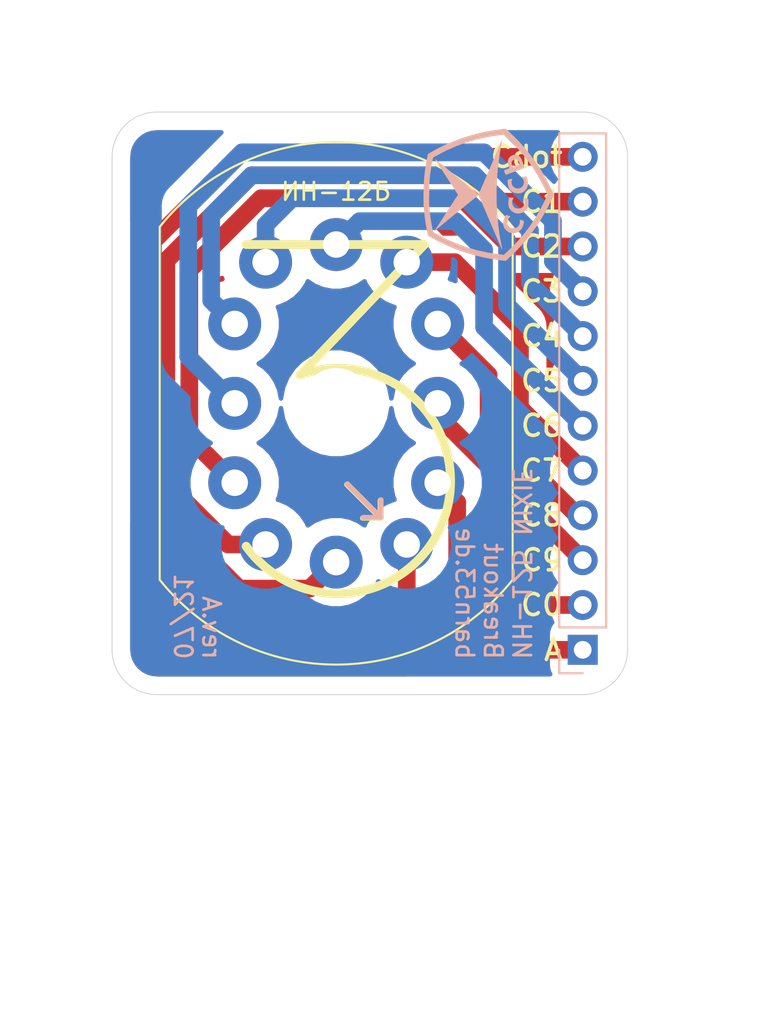
<source format=kicad_pcb>
(kicad_pcb (version 20171130) (host pcbnew "(5.1.9)-1")

  (general
    (thickness 1.6)
    (drawings 22)
    (tracks 64)
    (zones 0)
    (modules 3)
    (nets 13)
  )

  (page A4)
  (layers
    (0 F.Cu signal)
    (31 B.Cu signal)
    (32 B.Adhes user)
    (33 F.Adhes user)
    (34 B.Paste user)
    (35 F.Paste user)
    (36 B.SilkS user)
    (37 F.SilkS user)
    (38 B.Mask user)
    (39 F.Mask user)
    (40 Dwgs.User user)
    (41 Cmts.User user)
    (42 Eco1.User user)
    (43 Eco2.User user)
    (44 Edge.Cuts user)
    (45 Margin user)
    (46 B.CrtYd user)
    (47 F.CrtYd user)
    (48 B.Fab user)
    (49 F.Fab user)
  )

  (setup
    (last_trace_width 1)
    (user_trace_width 0.127)
    (user_trace_width 0.1524)
    (user_trace_width 0.3048)
    (user_trace_width 0.381)
    (user_trace_width 0.5)
    (user_trace_width 1)
    (trace_clearance 0.3)
    (zone_clearance 1)
    (zone_45_only no)
    (trace_min 0.127)
    (via_size 0.6)
    (via_drill 0.3)
    (via_min_size 0.6)
    (via_min_drill 0.3)
    (user_via 0.6 0.3)
    (user_via 0.762 0.381)
    (uvia_size 0.6)
    (uvia_drill 0.3)
    (uvias_allowed no)
    (uvia_min_size 0.6)
    (uvia_min_drill 0.3)
    (edge_width 0.05)
    (segment_width 0.2)
    (pcb_text_width 0.3)
    (pcb_text_size 1.5 1.5)
    (mod_edge_width 0.12)
    (mod_text_size 0.8128 0.8128)
    (mod_text_width 0.1524)
    (pad_size 1.524 1.524)
    (pad_drill 0.762)
    (pad_to_mask_clearance 0.05)
    (aux_axis_origin 0 0)
    (visible_elements 7FFFFFFF)
    (pcbplotparams
      (layerselection 0x010fc_ffffffff)
      (usegerberextensions false)
      (usegerberattributes true)
      (usegerberadvancedattributes true)
      (creategerberjobfile true)
      (excludeedgelayer true)
      (linewidth 0.100000)
      (plotframeref false)
      (viasonmask false)
      (mode 1)
      (useauxorigin false)
      (hpglpennumber 1)
      (hpglpenspeed 20)
      (hpglpendiameter 15.000000)
      (psnegative false)
      (psa4output false)
      (plotreference true)
      (plotvalue true)
      (plotinvisibletext false)
      (padsonsilk false)
      (subtractmaskfromsilk false)
      (outputformat 1)
      (mirror false)
      (drillshape 0)
      (scaleselection 1)
      (outputdirectory "fabrication/"))
  )

  (net 0 "")
  (net 1 /C5)
  (net 2 /C4)
  (net 3 /C3)
  (net 4 /C2)
  (net 5 /C1)
  (net 6 /CDot)
  (net 7 /A)
  (net 8 /C0)
  (net 9 /C9)
  (net 10 /C8)
  (net 11 /C7)
  (net 12 /C6)

  (net_class Default "This is the default net class."
    (clearance 0.3)
    (trace_width 1)
    (via_dia 0.6)
    (via_drill 0.3)
    (uvia_dia 0.6)
    (uvia_drill 0.3)
    (diff_pair_width 0.1524)
    (diff_pair_gap 0.127)
    (add_net /A)
    (add_net /C0)
    (add_net /C1)
    (add_net /C2)
    (add_net /C3)
    (add_net /C4)
    (add_net /C5)
    (add_net /C6)
    (add_net /C7)
    (add_net /C8)
    (add_net /C9)
    (add_net /CDot)
  )

  (net_class Power ""
    (clearance 0.254)
    (trace_width 0.3048)
    (via_dia 0.6)
    (via_drill 0.3)
    (uvia_dia 0.6)
    (uvia_drill 0.3)
    (diff_pair_width 0.3048)
    (diff_pair_gap 0.254)
  )

  (module barn53-kicad:cccp (layer B.Cu) (tedit 0) (tstamp 60E529A9)
    (at 107.696 47.879 90)
    (fp_text reference G*** (at 0 0 90) (layer B.SilkS) hide
      (effects (font (size 1.524 1.524) (thickness 0.3)) (justify mirror))
    )
    (fp_text value LOGO (at 0.75 0 90) (layer B.SilkS) hide
      (effects (font (size 1.524 1.524) (thickness 0.3)) (justify mirror))
    )
    (fp_poly (pts (xy -0.34331 2.254016) (xy -0.27702 2.251272) (xy -0.235466 2.24758) (xy -0.226108 2.245082)
      (xy -0.219636 2.222393) (xy -0.211467 2.17166) (xy -0.203347 2.103763) (xy -0.20319 2.102242)
      (xy -0.189501 1.968629) (xy -0.245314 2.005199) (xy -0.32222 2.035608) (xy -0.416946 2.044386)
      (xy -0.515181 2.032139) (xy -0.602614 1.999476) (xy -0.619406 1.989328) (xy -0.699043 1.915605)
      (xy -0.751447 1.82316) (xy -0.776125 1.720271) (xy -0.772585 1.615214) (xy -0.740335 1.516265)
      (xy -0.678883 1.431701) (xy -0.653863 1.409729) (xy -0.56236 1.358653) (xy -0.458726 1.334254)
      (xy -0.354395 1.337151) (xy -0.260801 1.367966) (xy -0.230892 1.386781) (xy -0.191533 1.412925)
      (xy -0.167684 1.423244) (xy -0.16569 1.422664) (xy -0.161173 1.400994) (xy -0.15635 1.351383)
      (xy -0.152572 1.290269) (xy -0.146538 1.164959) (xy -0.263769 1.140178) (xy -0.436071 1.117607)
      (xy -0.590193 1.126047) (xy -0.697419 1.15475) (xy -0.80126 1.212854) (xy -0.896931 1.299719)
      (xy -0.975052 1.405047) (xy -1.024954 1.51436) (xy -1.050653 1.657402) (xy -1.040048 1.798224)
      (xy -0.995733 1.930853) (xy -0.920299 2.049315) (xy -0.816339 2.147638) (xy -0.726471 2.202026)
      (xy -0.669075 2.228017) (xy -0.617958 2.244067) (xy -0.560483 2.252416) (xy -0.484011 2.255301)
      (xy -0.425399 2.255349) (xy -0.34331 2.254016)) (layer B.SilkS) (width 0.01))
    (fp_poly (pts (xy 0.799584 2.215761) (xy 0.927802 2.186972) (xy 0.996086 2.164771) (xy 1.034065 2.147599)
      (xy 1.049084 2.130026) (xy 1.048489 2.106619) (xy 1.046715 2.099036) (xy 1.036581 2.049779)
      (xy 1.025715 1.98428) (xy 1.022627 1.962795) (xy 1.010467 1.874079) (xy 0.969005 1.91303)
      (xy 0.877911 1.974447) (xy 0.774345 2.005201) (xy 0.666896 2.006136) (xy 0.564159 1.978096)
      (xy 0.474723 1.921925) (xy 0.419697 1.859085) (xy 0.371959 1.756907) (xy 0.358009 1.653253)
      (xy 0.373875 1.553449) (xy 0.415587 1.462818) (xy 0.479173 1.386686) (xy 0.560663 1.330378)
      (xy 0.656086 1.299217) (xy 0.761469 1.298529) (xy 0.825974 1.314321) (xy 0.911043 1.343307)
      (xy 0.889916 1.213846) (xy 0.877717 1.144978) (xy 0.865905 1.105987) (xy 0.849196 1.088084)
      (xy 0.822302 1.082482) (xy 0.810509 1.081845) (xy 0.759912 1.082674) (xy 0.687932 1.08741)
      (xy 0.625231 1.093435) (xy 0.500634 1.1152) (xy 0.399796 1.153152) (xy 0.308725 1.213386)
      (xy 0.267162 1.24942) (xy 0.174483 1.358512) (xy 0.116648 1.483775) (xy 0.092679 1.62756)
      (xy 0.091893 1.670539) (xy 0.110068 1.822336) (xy 0.160983 1.953149) (xy 0.244164 2.062195)
      (xy 0.359136 2.148688) (xy 0.392351 2.166476) (xy 0.469225 2.201231) (xy 0.535494 2.219789)
      (xy 0.611159 2.22678) (xy 0.655601 2.227385) (xy 0.799584 2.215761)) (layer B.SilkS) (width 0.01))
    (fp_poly (pts (xy 1.579067 2.024958) (xy 1.634774 2.006855) (xy 1.709395 1.980691) (xy 1.794246 1.949684)
      (xy 1.880639 1.91705) (xy 1.959888 1.886006) (xy 2.023306 1.859771) (xy 2.05658 1.84452)
      (xy 2.160929 1.775209) (xy 2.23012 1.689704) (xy 2.265331 1.586181) (xy 2.27063 1.513583)
      (xy 2.253221 1.388257) (xy 2.206371 1.278958) (xy 2.134596 1.190689) (xy 2.042412 1.128453)
      (xy 1.934337 1.097254) (xy 1.892404 1.094583) (xy 1.838042 1.100577) (xy 1.759576 1.116911)
      (xy 1.669574 1.140425) (xy 1.580604 1.167961) (xy 1.534043 1.184676) (xy 1.514313 1.171863)
      (xy 1.487616 1.121918) (xy 1.454803 1.036644) (xy 1.427698 0.965485) (xy 1.402622 0.911331)
      (xy 1.383694 0.882681) (xy 1.378964 0.880249) (xy 1.350164 0.887414) (xy 1.298285 0.904786)
      (xy 1.255346 0.920692) (xy 1.199395 0.94507) (xy 1.162138 0.966808) (xy 1.152769 0.977751)
      (xy 1.159362 1.005932) (xy 1.17773 1.063463) (xy 1.205755 1.144741) (xy 1.241323 1.244164)
      (xy 1.282315 1.356129) (xy 1.287887 1.371085) (xy 1.592002 1.371085) (xy 1.629281 1.348871)
      (xy 1.689917 1.326747) (xy 1.758415 1.309007) (xy 1.819282 1.299946) (xy 1.846385 1.30057)
      (xy 1.903128 1.321634) (xy 1.950325 1.35532) (xy 1.997083 1.424675) (xy 2.017274 1.505206)
      (xy 2.010293 1.585014) (xy 1.975537 1.652199) (xy 1.965922 1.662384) (xy 1.932091 1.686104)
      (xy 1.877943 1.715972) (xy 1.816836 1.745538) (xy 1.762134 1.768352) (xy 1.727197 1.777966)
      (xy 1.726439 1.777985) (xy 1.716461 1.760831) (xy 1.698407 1.715496) (xy 1.675342 1.651253)
      (xy 1.650331 1.577376) (xy 1.626437 1.503138) (xy 1.606724 1.437815) (xy 1.594256 1.390678)
      (xy 1.592002 1.371085) (xy 1.287887 1.371085) (xy 1.326616 1.475034) (xy 1.372109 1.595275)
      (xy 1.416677 1.711251) (xy 1.458204 1.817359) (xy 1.494573 1.907995) (xy 1.523668 1.977558)
      (xy 1.543371 2.020445) (xy 1.550964 2.031783) (xy 1.579067 2.024958)) (layer B.SilkS) (width 0.01))
    (fp_poly (pts (xy -1.485053 1.999241) (xy -1.484571 1.998767) (xy -1.471564 1.973227) (xy -1.452321 1.924412)
      (xy -1.431816 1.86648) (xy -1.415026 1.81359) (xy -1.406927 1.7799) (xy -1.406769 1.777388)
      (xy -1.424196 1.771463) (xy -1.468653 1.770968) (xy -1.501543 1.773305) (xy -1.616341 1.765623)
      (xy -1.723242 1.723287) (xy -1.812299 1.650637) (xy -1.828965 1.63042) (xy -1.859395 1.585922)
      (xy -1.876473 1.543588) (xy -1.88392 1.489332) (xy -1.885462 1.416539) (xy -1.883598 1.338771)
      (xy -1.875532 1.285929) (xy -1.857553 1.243938) (xy -1.829114 1.202853) (xy -1.744783 1.121238)
      (xy -1.645878 1.072845) (xy -1.539118 1.05813) (xy -1.431225 1.077549) (xy -1.328918 1.13156)
      (xy -1.287733 1.166087) (xy -1.217542 1.232842) (xy -1.175386 1.122683) (xy -1.152953 1.061787)
      (xy -1.137662 1.015935) (xy -1.133231 0.997805) (xy -1.149716 0.983507) (xy -1.193794 0.957768)
      (xy -1.257403 0.925129) (xy -1.289454 0.909775) (xy -1.445993 0.85073) (xy -1.58886 0.826644)
      (xy -1.716753 0.837695) (xy -1.748692 0.846774) (xy -1.885131 0.906032) (xy -1.992766 0.986357)
      (xy -2.078912 1.0939) (xy -2.112594 1.15277) (xy -2.148433 1.256845) (xy -2.161914 1.378456)
      (xy -2.153209 1.503211) (xy -2.122491 1.616718) (xy -2.106636 1.651) (xy -2.020624 1.775798)
      (xy -1.910854 1.872426) (xy -1.846385 1.909751) (xy -1.786287 1.934736) (xy -1.71291 1.958948)
      (xy -1.636176 1.979946) (xy -1.566007 1.995288) (xy -1.512325 2.002533) (xy -1.485053 1.999241)) (layer B.SilkS) (width 0.01))
    (fp_poly (pts (xy 3.122719 0.766317) (xy 3.072373 0.744106) (xy 2.991234 0.70881) (xy 2.881884 0.661536)
      (xy 2.746902 0.603395) (xy 2.588872 0.535495) (xy 2.410373 0.458946) (xy 2.213986 0.374858)
      (xy 2.002294 0.284338) (xy 1.777877 0.188497) (xy 1.590361 0.108502) (xy 1.357242 0.008989)
      (xy 1.134542 -0.086292) (xy 0.924871 -0.176212) (xy 0.730837 -0.259642) (xy 0.555049 -0.335454)
      (xy 0.400115 -0.402519) (xy 0.268644 -0.459707) (xy 0.163246 -0.505891) (xy 0.086528 -0.539942)
      (xy 0.041099 -0.56073) (xy 0.029047 -0.567037) (xy 0.039883 -0.583825) (xy 0.073765 -0.62847)
      (xy 0.128859 -0.698696) (xy 0.203328 -0.79223) (xy 0.295338 -0.906795) (xy 0.403054 -1.040118)
      (xy 0.524639 -1.189922) (xy 0.65826 -1.353934) (xy 0.80208 -1.529878) (xy 0.954265 -1.71548)
      (xy 1.023316 -1.799512) (xy 1.178608 -1.988503) (xy 1.326438 -2.168667) (xy 1.464964 -2.337744)
      (xy 1.592345 -2.493476) (xy 1.706739 -2.633602) (xy 1.806306 -2.755864) (xy 1.889203 -2.858003)
      (xy 1.95359 -2.937758) (xy 1.997625 -2.992871) (xy 2.019467 -3.021082) (xy 2.021572 -3.024393)
      (xy 2.004903 -3.015062) (xy 1.958308 -2.986205) (xy 1.884601 -2.939626) (xy 1.786597 -2.877131)
      (xy 1.667111 -2.800524) (xy 1.528957 -2.711611) (xy 1.37495 -2.612196) (xy 1.207905 -2.504084)
      (xy 1.030636 -2.38908) (xy 1.013556 -2.377985) (xy 0.009769 -1.725877) (xy -0.068385 -1.778664)
      (xy -0.116711 -1.810881) (xy -0.190462 -1.859486) (xy -0.286187 -1.92224) (xy -0.400435 -1.996904)
      (xy -0.529755 -2.08124) (xy -0.670695 -2.17301) (xy -0.819804 -2.269974) (xy -0.97363 -2.369895)
      (xy -1.128724 -2.470534) (xy -1.281632 -2.569652) (xy -1.428905 -2.665011) (xy -1.56709 -2.754373)
      (xy -1.692737 -2.835499) (xy -1.802395 -2.90615) (xy -1.892612 -2.964088) (xy -1.959936 -3.007075)
      (xy -2.000918 -3.032871) (xy -2.012462 -3.039608) (xy -2.000373 -3.023891) (xy -1.965337 -2.980228)
      (xy -1.909195 -2.910875) (xy -1.833789 -2.818094) (xy -1.740963 -2.704143) (xy -1.632559 -2.571281)
      (xy -1.510419 -2.421766) (xy -1.376386 -2.257859) (xy -1.232302 -2.081818) (xy -1.08001 -1.895903)
      (xy -1.006932 -1.806742) (xy -0.851546 -1.616928) (xy -0.703691 -1.435791) (xy -0.565195 -1.265603)
      (xy -0.437887 -1.108634) (xy -0.323593 -0.967155) (xy -0.224143 -0.843437) (xy -0.141364 -0.739751)
      (xy -0.077085 -0.658368) (xy -0.033133 -0.601558) (xy -0.011338 -0.571593) (xy -0.00926 -0.567438)
      (xy -0.028008 -0.558037) (xy -0.080109 -0.534472) (xy -0.162956 -0.497873) (xy -0.273942 -0.449365)
      (xy -0.410461 -0.390078) (xy -0.569903 -0.321138) (xy -0.749663 -0.243675) (xy -0.947133 -0.158814)
      (xy -1.159705 -0.067686) (xy -1.384773 0.028584) (xy -1.570611 0.107921) (xy -1.803394 0.207275)
      (xy -2.025523 0.302198) (xy -2.234415 0.391581) (xy -2.427492 0.474315) (xy -2.602173 0.549289)
      (xy -2.755878 0.615394) (xy -2.886025 0.671521) (xy -2.990035 0.71656) (xy -3.065326 0.749402)
      (xy -3.10932 0.768937) (xy -3.120244 0.77424) (xy -3.100812 0.771861) (xy -3.049924 0.762846)
      (xy -2.97439 0.748473) (xy -2.88102 0.730018) (xy -2.835638 0.720852) (xy -2.264916 0.61934)
      (xy -1.670087 0.541129) (xy -1.05867 0.48657) (xy -0.438186 0.456015) (xy 0.183843 0.449817)
      (xy 0.799898 0.468328) (xy 1.402457 0.511901) (xy 1.475154 0.518996) (xy 1.667933 0.540147)
      (xy 1.879502 0.56645) (xy 2.100014 0.596465) (xy 2.319625 0.628752) (xy 2.528489 0.66187)
      (xy 2.716761 0.694381) (xy 2.855176 0.720852) (xy 2.954272 0.740714) (xy 3.038546 0.757073)
      (xy 3.10119 0.768649) (xy 3.135397 0.774162) (xy 3.139691 0.774332) (xy 3.122719 0.766317)) (layer B.SilkS) (width 0.01))
    (fp_poly (pts (xy 0.404073 3.508312) (xy 0.635817 3.393837) (xy 0.839764 3.289228) (xy 1.024355 3.189717)
      (xy 1.198026 3.090536) (xy 1.369215 2.986918) (xy 1.546361 2.874096) (xy 1.666331 2.795141)
      (xy 2.172151 2.438483) (xy 2.643958 2.063706) (xy 3.082823 1.669901) (xy 3.489817 1.256159)
      (xy 3.530721 1.21155) (xy 3.753017 0.967483) (xy 3.741211 0.859857) (xy 3.659009 0.250904)
      (xy 3.547841 -0.335726) (xy 3.406192 -0.905525) (xy 3.232544 -1.463983) (xy 3.025381 -2.01659)
      (xy 2.810315 -2.510692) (xy 2.745908 -2.645326) (xy 2.670957 -2.795026) (xy 2.592977 -2.945187)
      (xy 2.519481 -3.081204) (xy 2.487773 -3.137582) (xy 2.319117 -3.432319) (xy 2.063212 -3.484638)
      (xy 1.718322 -3.549542) (xy 1.384497 -3.60023) (xy 1.0509 -3.63781) (xy 0.706692 -3.663394)
      (xy 0.341034 -3.678088) (xy 0.136769 -3.681819) (xy -0.012992 -3.683248) (xy -0.155319 -3.68402)
      (xy -0.283968 -3.684144) (xy -0.392699 -3.683634) (xy -0.47527 -3.682499) (xy -0.525439 -3.680752)
      (xy -0.527538 -3.68061) (xy -0.91447 -3.648595) (xy -1.270349 -3.609875) (xy -1.602779 -3.563481)
      (xy -1.919362 -3.508442) (xy -1.995931 -3.493418) (xy -2.301785 -3.432042) (xy -2.471253 -3.133809)
      (xy -2.540675 -3.007718) (xy -2.618036 -2.860784) (xy -2.695656 -2.707981) (xy -2.765851 -2.564286)
      (xy -2.792752 -2.507057) (xy -3.028905 -1.960042) (xy -3.23075 -1.412215) (xy -3.399835 -0.857957)
      (xy -3.537712 -0.291648) (xy -3.64593 0.292334) (xy -3.721907 0.861806) (xy -3.401927 0.861806)
      (xy -3.360183 0.53348) (xy -3.268183 -0.054829) (xy -3.143669 -0.624244) (xy -2.985265 -1.179477)
      (xy -2.791594 -1.725243) (xy -2.56128 -2.266256) (xy -2.512531 -2.370446) (xy -2.475678 -2.445762)
      (xy -2.428374 -2.539001) (xy -2.374139 -2.643588) (xy -2.31649 -2.752946) (xy -2.258947 -2.8605)
      (xy -2.205027 -2.959675) (xy -2.15825 -3.043894) (xy -2.122134 -3.106583) (xy -2.100198 -3.141166)
      (xy -2.099944 -3.141505) (xy -2.080347 -3.147461) (xy -2.03002 -3.159604) (xy -1.956496 -3.176188)
      (xy -1.86731 -3.195468) (xy -1.86367 -3.19624) (xy -1.636329 -3.240003) (xy -1.386774 -3.280398)
      (xy -1.13186 -3.314912) (xy -0.898769 -3.340085) (xy -0.800315 -3.349216) (xy -0.708221 -3.357807)
      (xy -0.634141 -3.364769) (xy -0.595923 -3.368409) (xy -0.527778 -3.372321) (xy -0.426864 -3.374551)
      (xy -0.299446 -3.375235) (xy -0.15179 -3.374509) (xy 0.009839 -3.372511) (xy 0.179175 -3.369376)
      (xy 0.349953 -3.365242) (xy 0.515907 -3.360245) (xy 0.670772 -3.354521) (xy 0.808283 -3.348208)
      (xy 0.922174 -3.341442) (xy 1.006179 -3.33436) (xy 1.016 -3.333257) (xy 1.145729 -3.316924)
      (xy 1.285511 -3.297472) (xy 1.429958 -3.275836) (xy 1.573683 -3.252954) (xy 1.711297 -3.229761)
      (xy 1.837413 -3.207194) (xy 1.946643 -3.18619) (xy 2.033598 -3.167683) (xy 2.092891 -3.152611)
      (xy 2.119133 -3.14191) (xy 2.119482 -3.141505) (xy 2.141118 -3.107515) (xy 2.176999 -3.045295)
      (xy 2.223608 -2.96142) (xy 2.277425 -2.862466) (xy 2.334932 -2.755009) (xy 2.392612 -2.645624)
      (xy 2.446944 -2.540887) (xy 2.494411 -2.447373) (xy 2.531494 -2.371659) (xy 2.53207 -2.370446)
      (xy 2.769623 -1.829771) (xy 2.970265 -1.285247) (xy 3.13537 -0.732165) (xy 3.266314 -0.165812)
      (xy 3.364471 0.418522) (xy 3.379716 0.533439) (xy 3.421455 0.861723) (xy 3.305225 0.992593)
      (xy 3.140987 1.169213) (xy 2.950703 1.359636) (xy 2.741661 1.557273) (xy 2.521153 1.755538)
      (xy 2.296467 1.947845) (xy 2.074893 2.127607) (xy 1.905 2.257789) (xy 1.598221 2.47402)
      (xy 1.263516 2.688372) (xy 0.911781 2.89452) (xy 0.553912 3.086138) (xy 0.200805 3.2569)
      (xy 0.126279 3.290404) (xy 0.008328 3.342676) (xy -0.186336 3.252529) (xy -0.61707 3.042736)
      (xy -1.017706 2.82525) (xy -1.397166 2.594462) (xy -1.764373 2.344758) (xy -2.128249 2.070529)
      (xy -2.344615 1.895266) (xy -2.476714 1.781763) (xy -2.625768 1.647187) (xy -2.783052 1.499903)
      (xy -2.939839 1.348276) (xy -3.087401 1.200669) (xy -3.217012 1.065447) (xy -3.265974 1.012173)
      (xy -3.401927 0.861806) (xy -3.721907 0.861806) (xy -3.722028 0.862706) (xy -3.73419 0.97318)
      (xy -3.491674 1.233936) (xy -3.105055 1.628687) (xy -2.704615 1.995303) (xy -2.283097 2.339927)
      (xy -1.833246 2.668701) (xy -1.651 2.792329) (xy -1.233728 3.054909) (xy -0.793818 3.303972)
      (xy -0.346771 3.530993) (xy -0.103927 3.643167) (xy 0.016838 3.696894) (xy 0.404073 3.508312)) (layer B.SilkS) (width 0.01))
  )

  (module barn53-kicad:IN12-B (layer F.Cu) (tedit 60E4BA02) (tstamp 60E51497)
    (at 99.06 59.69)
    (path /60E46671)
    (fp_text reference V1 (at 8.1 -8.9) (layer F.Fab)
      (effects (font (size 1 1) (thickness 0.15)))
    )
    (fp_text value IN12-B (at -0.1 13.6) (layer F.Fab)
      (effects (font (size 1 1) (thickness 0.15)))
    )
    (fp_line (start 5 -9) (end -2.044349 -1.610969) (layer F.SilkS) (width 0.5))
    (fp_line (start -5.1 -9) (end 5 -9) (layer F.SilkS) (width 0.5))
    (fp_line (start -10 -10) (end -10 10) (layer F.SilkS) (width 0.12))
    (fp_line (start 10 0) (end 10 10) (layer F.SilkS) (width 0.12))
    (fp_line (start 10 0) (end 9.999999 -9.999999) (layer F.SilkS) (width 0.12))
    (fp_line (start 2.5 6.5) (end 1.5 6.5) (layer F.SilkS) (width 0.3))
    (fp_line (start 2.5 6.5) (end 2.5 5.5) (layer F.SilkS) (width 0.3))
    (fp_line (start 2.5 6.5) (end 0.6 4.6) (layer F.SilkS) (width 0.3))
    (fp_line (start 2.535 6.472) (end 2.535 5.472) (layer B.SilkS) (width 0.3))
    (fp_line (start 2.535 6.472) (end 1.535 6.472) (layer B.SilkS) (width 0.3))
    (fp_line (start 2.535 6.472) (end 0.635 4.572) (layer B.SilkS) (width 0.3))
    (fp_text user ИН-12Б (at 0 -12) (layer F.SilkS)
      (effects (font (size 1 1) (thickness 0.15)))
    )
    (fp_arc (start 0.1 4.4) (end -5.099999 8.099999) (angle -254.2) (layer F.SilkS) (width 0.5))
    (fp_arc (start 0 2) (end -9.999999 9.999999) (angle -102.7) (layer F.SilkS) (width 0.12))
    (fp_arc (start 0 -2) (end 9.999999 -9.999999) (angle -102.7) (layer F.SilkS) (width 0.12))
    (pad "" np_thru_hole circle (at 0 0) (size 4 4) (drill 4) (layers *.Cu *.Mask))
    (pad 12 thru_hole circle (at 0 9) (size 3 3) (drill 1.5) (layers *.Cu *.Mask)
      (net 6 /CDot))
    (pad 6 thru_hole circle (at 0 -9) (size 3 3) (drill 1.5) (layers *.Cu *.Mask)
      (net 12 /C6))
    (pad 1 thru_hole circle (at 4 8) (size 3 3) (drill 1.5) (layers *.Cu *.Mask)
      (net 7 /A))
    (pad 2 thru_hole circle (at 5.75 4.5) (size 3 3) (drill 1.5) (layers *.Cu *.Mask)
      (net 8 /C0))
    (pad 3 thru_hole circle (at 5.75 0) (size 3 3) (drill 1.5) (layers *.Cu *.Mask)
      (net 9 /C9))
    (pad 4 thru_hole circle (at 5.75 -4.5) (size 3 3) (drill 1.5) (layers *.Cu *.Mask)
      (net 10 /C8))
    (pad 5 thru_hole circle (at 4 -8) (size 3 3) (drill 1.5) (layers *.Cu *.Mask)
      (net 11 /C7))
    (pad 7 thru_hole circle (at -4 -8) (size 3 3) (drill 1.5) (layers *.Cu *.Mask)
      (net 1 /C5))
    (pad 8 thru_hole circle (at -5.75 -4.5) (size 3 3) (drill 1.5) (layers *.Cu *.Mask)
      (net 2 /C4))
    (pad 9 thru_hole circle (at -5.75 0) (size 3 3) (drill 1.5) (layers *.Cu *.Mask)
      (net 3 /C3))
    (pad 10 thru_hole circle (at -5.75 4.5) (size 3 3) (drill 1.5) (layers *.Cu *.Mask)
      (net 4 /C2))
    (pad 11 thru_hole circle (at -4 8) (size 3 3) (drill 1.5) (layers *.Cu *.Mask)
      (net 5 /C1))
    (model "${BARN53_KICAD_DIR}/3dmodels/NIXIE Tube IN12-B.step"
      (offset (xyz -10 -14.7 1))
      (scale (xyz 1 1 1))
      (rotate (xyz 0 0 0))
    )
  )

  (module Connector_PinHeader_2.54mm:PinHeader_1x12_P2.54mm_Vertical (layer B.Cu) (tedit 59FED5CC) (tstamp 60E51EEE)
    (at 113.03 73.66)
    (descr "Through hole straight pin header, 1x12, 2.54mm pitch, single row")
    (tags "Through hole pin header THT 1x12 2.54mm single row")
    (path /60E6356C)
    (fp_text reference J1 (at 0 5.08) (layer B.SilkS) hide
      (effects (font (size 1 1) (thickness 0.15)) (justify mirror))
    )
    (fp_text value Conn_01x12_Male (at 0 20.32) (layer B.Fab)
      (effects (font (size 1 1) (thickness 0.15)) (justify mirror))
    )
    (fp_line (start -0.635 1.27) (end 1.27 1.27) (layer B.Fab) (width 0.1))
    (fp_line (start 1.27 1.27) (end 1.27 -29.21) (layer B.Fab) (width 0.1))
    (fp_line (start 1.27 -29.21) (end -1.27 -29.21) (layer B.Fab) (width 0.1))
    (fp_line (start -1.27 -29.21) (end -1.27 0.635) (layer B.Fab) (width 0.1))
    (fp_line (start -1.27 0.635) (end -0.635 1.27) (layer B.Fab) (width 0.1))
    (fp_line (start -1.33 -29.27) (end 1.33 -29.27) (layer B.SilkS) (width 0.12))
    (fp_line (start -1.33 -1.27) (end -1.33 -29.27) (layer B.SilkS) (width 0.12))
    (fp_line (start 1.33 -1.27) (end 1.33 -29.27) (layer B.SilkS) (width 0.12))
    (fp_line (start -1.33 -1.27) (end 1.33 -1.27) (layer B.SilkS) (width 0.12))
    (fp_line (start -1.33 0) (end -1.33 1.33) (layer B.SilkS) (width 0.12))
    (fp_line (start -1.33 1.33) (end 0 1.33) (layer B.SilkS) (width 0.12))
    (fp_line (start -1.8 1.8) (end -1.8 -29.75) (layer B.CrtYd) (width 0.05))
    (fp_line (start -1.8 -29.75) (end 1.8 -29.75) (layer B.CrtYd) (width 0.05))
    (fp_line (start 1.8 -29.75) (end 1.8 1.8) (layer B.CrtYd) (width 0.05))
    (fp_line (start 1.8 1.8) (end -1.8 1.8) (layer B.CrtYd) (width 0.05))
    (fp_text user %R (at 0 -13.97 -90) (layer B.Fab)
      (effects (font (size 1 1) (thickness 0.15)) (justify mirror))
    )
    (pad 12 thru_hole oval (at 0 -27.94) (size 1.7 1.7) (drill 1) (layers *.Cu *.Mask)
      (net 6 /CDot))
    (pad 11 thru_hole oval (at 0 -25.4) (size 1.7 1.7) (drill 1) (layers *.Cu *.Mask)
      (net 5 /C1))
    (pad 10 thru_hole oval (at 0 -22.86) (size 1.7 1.7) (drill 1) (layers *.Cu *.Mask)
      (net 4 /C2))
    (pad 9 thru_hole oval (at 0 -20.32) (size 1.7 1.7) (drill 1) (layers *.Cu *.Mask)
      (net 3 /C3))
    (pad 8 thru_hole oval (at 0 -17.78) (size 1.7 1.7) (drill 1) (layers *.Cu *.Mask)
      (net 2 /C4))
    (pad 7 thru_hole oval (at 0 -15.24) (size 1.7 1.7) (drill 1) (layers *.Cu *.Mask)
      (net 1 /C5))
    (pad 6 thru_hole oval (at 0 -12.7) (size 1.7 1.7) (drill 1) (layers *.Cu *.Mask)
      (net 12 /C6))
    (pad 5 thru_hole oval (at 0 -10.16) (size 1.7 1.7) (drill 1) (layers *.Cu *.Mask)
      (net 11 /C7))
    (pad 4 thru_hole oval (at 0 -7.62) (size 1.7 1.7) (drill 1) (layers *.Cu *.Mask)
      (net 10 /C8))
    (pad 3 thru_hole oval (at 0 -5.08) (size 1.7 1.7) (drill 1) (layers *.Cu *.Mask)
      (net 9 /C9))
    (pad 2 thru_hole oval (at 0 -2.54) (size 1.7 1.7) (drill 1) (layers *.Cu *.Mask)
      (net 8 /C0))
    (pad 1 thru_hole rect (at 0 0) (size 1.7 1.7) (drill 1) (layers *.Cu *.Mask)
      (net 7 /A))
    (model ${KISYS3DMOD}/Connector_PinHeader_2.54mm.3dshapes/PinHeader_1x12_P2.54mm_Vertical.wrl
      (at (xyz 0 0 0))
      (scale (xyz 1 1 1))
      (rotate (xyz 0 0 0))
    )
  )

  (gr_text "rev.A\n07/21" (at 91.186 74.295 -90) (layer B.SilkS) (tstamp 60E57EDB)
    (effects (font (size 1 1) (thickness 0.1524)) (justify left mirror))
  )
  (gr_text "ИН-12Б NIXIE\nBreakout\nbarn53.de" (at 107.95 74.295 -90) (layer B.SilkS)
    (effects (font (size 1 1) (thickness 0.1524)) (justify left mirror))
  )
  (gr_arc (start 113.03 73.66) (end 113.03 76.2) (angle -90) (layer Edge.Cuts) (width 0.05))
  (gr_arc (start 88.9 73.66) (end 86.36 73.66) (angle -90) (layer Edge.Cuts) (width 0.05))
  (gr_arc (start 88.9 45.72) (end 88.9 43.18) (angle -90) (layer Edge.Cuts) (width 0.05))
  (gr_arc (start 113.03 45.72) (end 115.57 45.72) (angle -90) (layer Edge.Cuts) (width 0.05))
  (gr_text "Cdot\n" (at 112.014 45.72) (layer F.SilkS) (tstamp 60E530A2)
    (effects (font (size 1.2 1.2) (thickness 0.2)) (justify right))
  )
  (gr_text C1 (at 112.014 48.26) (layer F.SilkS) (tstamp 60E530AE)
    (effects (font (size 1.2 1.2) (thickness 0.2)) (justify right))
  )
  (gr_text C2 (at 112.014 50.8) (layer F.SilkS) (tstamp 60E530B1)
    (effects (font (size 1.2 1.2) (thickness 0.2)) (justify right))
  )
  (gr_text C3 (at 112.014 53.34) (layer F.SilkS) (tstamp 60E530B4)
    (effects (font (size 1.2 1.2) (thickness 0.2)) (justify right))
  )
  (gr_text C4 (at 112.014 55.88) (layer F.SilkS) (tstamp 60E530B7)
    (effects (font (size 1.2 1.2) (thickness 0.2)) (justify right))
  )
  (gr_text C5 (at 112.014 58.42) (layer F.SilkS) (tstamp 60E530C0)
    (effects (font (size 1.2 1.2) (thickness 0.2)) (justify right))
  )
  (gr_text C6 (at 112.014 60.96) (layer F.SilkS) (tstamp 60E530BA)
    (effects (font (size 1.2 1.2) (thickness 0.2)) (justify right))
  )
  (gr_text C7 (at 112.014 63.5) (layer F.SilkS) (tstamp 60E530BD)
    (effects (font (size 1.2 1.2) (thickness 0.2)) (justify right))
  )
  (gr_text C8 (at 112.014 66.04) (layer F.SilkS) (tstamp 60E530AB)
    (effects (font (size 1.2 1.2) (thickness 0.2)) (justify right))
  )
  (gr_text C9 (at 112.014 68.58) (layer F.SilkS) (tstamp 60E530A5)
    (effects (font (size 1.2 1.2) (thickness 0.2)) (justify right))
  )
  (gr_text C0 (at 112.014 71.12) (layer F.SilkS) (tstamp 60E530C3)
    (effects (font (size 1.2 1.2) (thickness 0.2)) (justify right))
  )
  (gr_text A (at 112.014 73.66) (layer F.SilkS) (tstamp 60E530A8)
    (effects (font (size 1.2 1.2) (thickness 0.2)) (justify right))
  )
  (gr_line (start 115.57 73.66) (end 115.57 45.72) (layer Edge.Cuts) (width 0.05) (tstamp 60E52716))
  (gr_line (start 88.9 76.2) (end 113.03 76.2) (layer Edge.Cuts) (width 0.05))
  (gr_line (start 86.36 45.72) (end 86.36 73.66) (layer Edge.Cuts) (width 0.05))
  (gr_line (start 113.03 43.18) (end 88.9 43.18) (layer Edge.Cuts) (width 0.05))

  (segment (start 113.03 58.42) (end 108.742011 54.132011) (width 1) (layer B.Cu) (net 1))
  (segment (start 95.06 49.56868) (end 95.06 51.69) (width 1) (layer B.Cu) (net 1))
  (segment (start 96.562658 48.066022) (end 95.06 49.56868) (width 1) (layer B.Cu) (net 1))
  (segment (start 106.365038 48.066022) (end 96.562658 48.066022) (width 1) (layer B.Cu) (net 1))
  (segment (start 108.742011 50.442995) (end 106.365038 48.066022) (width 1) (layer B.Cu) (net 1))
  (segment (start 108.742011 54.132011) (end 108.742011 50.442995) (width 1) (layer B.Cu) (net 1))
  (segment (start 91.978011 49.052481) (end 91.978011 53.858011) (width 1) (layer B.Cu) (net 2))
  (segment (start 94.264481 46.766011) (end 91.978011 49.052481) (width 1) (layer B.Cu) (net 2))
  (segment (start 106.903519 46.766011) (end 94.264481 46.766011) (width 1) (layer B.Cu) (net 2))
  (segment (start 110.042022 52.892022) (end 110.042022 49.904514) (width 1) (layer B.Cu) (net 2))
  (segment (start 110.042022 49.904514) (end 106.903519 46.766011) (width 1) (layer B.Cu) (net 2))
  (segment (start 113.03 55.88) (end 110.042022 52.892022) (width 1) (layer B.Cu) (net 2))
  (segment (start 91.978011 53.858011) (end 93.31 55.19) (width 1) (layer B.Cu) (net 2))
  (segment (start 90.678 57.058) (end 93.31 59.69) (width 1) (layer B.Cu) (net 3))
  (segment (start 93.726 45.466) (end 90.678 48.514) (width 1) (layer B.Cu) (net 3))
  (segment (start 113.03 53.34) (end 111.342033 51.652033) (width 1) (layer B.Cu) (net 3))
  (segment (start 111.342033 49.366033) (end 107.442 45.466) (width 1) (layer B.Cu) (net 3))
  (segment (start 111.342033 51.652033) (end 111.342033 49.366033) (width 1) (layer B.Cu) (net 3))
  (segment (start 107.442 45.466) (end 93.726 45.466) (width 1) (layer B.Cu) (net 3))
  (segment (start 90.678 48.514) (end 90.678 57.058) (width 1) (layer B.Cu) (net 3))
  (segment (start 90.738022 61.618022) (end 93.31 64.19) (width 1) (layer F.Cu) (net 4))
  (segment (start 108.905508 50.8) (end 106.17153 48.066022) (width 1) (layer F.Cu) (net 4))
  (segment (start 90.738022 52.130962) (end 90.738022 61.618022) (width 1) (layer F.Cu) (net 4))
  (segment (start 94.802962 48.066022) (end 90.738022 52.130962) (width 1) (layer F.Cu) (net 4))
  (segment (start 106.17153 48.066022) (end 94.802962 48.066022) (width 1) (layer F.Cu) (net 4))
  (segment (start 113.03 50.8) (end 108.905508 50.8) (width 1) (layer F.Cu) (net 4))
  (segment (start 94.264481 46.766011) (end 89.438011 51.592481) (width 1) (layer F.Cu) (net 5))
  (segment (start 92.93868 67.69) (end 95.06 67.69) (width 1) (layer F.Cu) (net 5))
  (segment (start 89.438011 64.189331) (end 92.93868 67.69) (width 1) (layer F.Cu) (net 5))
  (segment (start 106.710011 46.766011) (end 94.264481 46.766011) (width 1) (layer F.Cu) (net 5))
  (segment (start 113.03 48.26) (end 108.204 48.26) (width 1) (layer F.Cu) (net 5))
  (segment (start 89.438011 51.592481) (end 89.438011 64.189331) (width 1) (layer F.Cu) (net 5))
  (segment (start 108.204 48.26) (end 106.710011 46.766011) (width 1) (layer F.Cu) (net 5))
  (segment (start 97.560001 70.189999) (end 99.06 68.69) (width 1) (layer F.Cu) (net 6))
  (segment (start 93.557999 70.189999) (end 97.560001 70.189999) (width 1) (layer F.Cu) (net 6))
  (segment (start 88.138 51.054) (end 88.138 64.77) (width 1) (layer F.Cu) (net 6))
  (segment (start 88.138 64.77) (end 93.557999 70.189999) (width 1) (layer F.Cu) (net 6))
  (segment (start 93.726 45.466) (end 88.138 51.054) (width 1) (layer F.Cu) (net 6))
  (segment (start 107.442 45.466) (end 93.726 45.466) (width 1) (layer F.Cu) (net 6))
  (segment (start 107.696 45.72) (end 107.442 45.466) (width 1) (layer F.Cu) (net 6))
  (segment (start 113.03 45.72) (end 107.696 45.72) (width 1) (layer F.Cu) (net 6))
  (segment (start 103.06 67.69) (end 103.06 72.834) (width 1) (layer F.Cu) (net 7))
  (segment (start 103.886 73.66) (end 113.03 73.66) (width 1) (layer F.Cu) (net 7))
  (segment (start 103.06 72.834) (end 103.886 73.66) (width 1) (layer F.Cu) (net 7))
  (segment (start 105.918 65.298) (end 104.81 64.19) (width 1) (layer F.Cu) (net 8))
  (segment (start 105.918 69.85) (end 105.918 65.298) (width 1) (layer F.Cu) (net 8))
  (segment (start 107.188 71.12) (end 105.918 69.85) (width 1) (layer F.Cu) (net 8))
  (segment (start 113.03 71.12) (end 107.188 71.12) (width 1) (layer F.Cu) (net 8))
  (segment (start 110.363 65.913) (end 113.03 68.58) (width 1) (layer F.Cu) (net 9))
  (segment (start 104.81 60.36) (end 110.363 65.913) (width 1) (layer F.Cu) (net 9))
  (segment (start 104.81 59.69) (end 104.81 60.36) (width 1) (layer F.Cu) (net 9))
  (segment (start 107.696 58.076) (end 104.81 55.19) (width 1) (layer F.Cu) (net 10))
  (segment (start 107.696 61.020493) (end 107.696 58.076) (width 1) (layer F.Cu) (net 10))
  (segment (start 112.715507 66.04) (end 107.696 61.020493) (width 1) (layer F.Cu) (net 10))
  (segment (start 113.03 66.04) (end 112.715507 66.04) (width 1) (layer F.Cu) (net 10))
  (segment (start 105.792 51.69) (end 103.06 51.69) (width 1) (layer F.Cu) (net 11))
  (segment (start 109.474 55.372) (end 105.792 51.69) (width 1) (layer F.Cu) (net 11))
  (segment (start 109.474 59.944) (end 109.474 55.372) (width 1) (layer F.Cu) (net 11))
  (segment (start 113.03 63.5) (end 109.474 59.944) (width 1) (layer F.Cu) (net 11))
  (segment (start 107.442 55.372) (end 113.03 60.96) (width 1) (layer B.Cu) (net 12))
  (segment (start 107.442 50.981476) (end 107.442 55.372) (width 1) (layer B.Cu) (net 12))
  (segment (start 105.826557 49.366033) (end 107.442 50.981476) (width 1) (layer B.Cu) (net 12))
  (segment (start 100.383967 49.366033) (end 105.826557 49.366033) (width 1) (layer B.Cu) (net 12))
  (segment (start 99.06 50.69) (end 100.383967 49.366033) (width 1) (layer B.Cu) (net 12))

  (zone (net 0) (net_name "") (layer F.Cu) (tstamp 60E4C81D) (hatch edge 0.508)
    (connect_pads (clearance 1))
    (min_thickness 0.254)
    (fill yes (arc_segments 32) (thermal_gap 0.508) (thermal_bridge_width 0.508))
    (polygon
      (pts
        (xy 121.92 81.28) (xy 81.28 81.28) (xy 81.28 38.1) (xy 121.92 38.1)
      )
    )
    (filled_polygon
      (pts
        (xy 92.351024 71.28395) (xy 92.40197 71.346028) (xy 92.464048 71.396974) (xy 92.464051 71.396977) (xy 92.571152 71.484872)
        (xy 92.649713 71.549345) (xy 92.932361 71.700424) (xy 93.239051 71.793457) (xy 93.478074 71.816999) (xy 93.478084 71.816999)
        (xy 93.557998 71.82487) (xy 93.637913 71.816999) (xy 97.480087 71.816999) (xy 97.560001 71.82487) (xy 97.639915 71.816999)
        (xy 97.639926 71.816999) (xy 97.878949 71.793457) (xy 98.185639 71.700424) (xy 98.468287 71.549345) (xy 98.71603 71.346028)
        (xy 98.748471 71.306499) (xy 98.801263 71.317) (xy 99.318737 71.317) (xy 99.826268 71.216046) (xy 100.304351 71.018017)
        (xy 100.734615 70.730524) (xy 101.100524 70.364615) (xy 101.388017 69.934351) (xy 101.433 69.825752) (xy 101.433001 72.754076)
        (xy 101.425129 72.834) (xy 101.433001 72.913925) (xy 101.456543 73.152948) (xy 101.535387 73.412864) (xy 101.549576 73.459638)
        (xy 101.700654 73.742285) (xy 101.853022 73.927947) (xy 101.853026 73.927951) (xy 101.903972 73.990029) (xy 101.966051 74.040976)
        (xy 102.679016 74.753941) (xy 102.729971 74.816029) (xy 102.977714 75.019346) (xy 103.031322 75.048) (xy 88.956343 75.048)
        (xy 88.631474 75.016146) (xy 88.373181 74.938163) (xy 88.134949 74.811493) (xy 87.925859 74.640963) (xy 87.753877 74.433072)
        (xy 87.625548 74.195732) (xy 87.545761 73.937982) (xy 87.512 73.61677) (xy 87.512 66.444925)
      )
    )
    (filled_polygon
      (pts
        (xy 104.761971 71.006029) (xy 104.824054 71.056979) (xy 105.800074 72.033) (xy 104.687 72.033) (xy 104.687 70.914676)
      )
    )
    (filled_polygon
      (pts
        (xy 109.269052 67.119978) (xy 109.269058 67.119983) (xy 111.085082 68.936007) (xy 111.128975 69.15667) (xy 111.268287 69.493)
        (xy 107.861926 69.493) (xy 107.545 69.176075) (xy 107.545 65.395926)
      )
    )
    (filled_polygon
      (pts
        (xy 102.283954 60.456268) (xy 102.481983 60.934351) (xy 102.769476 61.364615) (xy 103.135385 61.730524) (xy 103.448888 61.94)
        (xy 103.135385 62.149476) (xy 102.769476 62.515385) (xy 102.481983 62.945649) (xy 102.283954 63.423732) (xy 102.183 63.931263)
        (xy 102.183 64.448737) (xy 102.283954 64.956268) (xy 102.364177 65.149942) (xy 102.293732 65.163954) (xy 101.815649 65.361983)
        (xy 101.385385 65.649476) (xy 101.019476 66.015385) (xy 100.731983 66.445649) (xy 100.666427 66.603914) (xy 100.304351 66.361983)
        (xy 99.826268 66.163954) (xy 99.318737 66.063) (xy 98.801263 66.063) (xy 98.293732 66.163954) (xy 97.815649 66.361983)
        (xy 97.453573 66.603914) (xy 97.388017 66.445649) (xy 97.100524 66.015385) (xy 96.734615 65.649476) (xy 96.304351 65.361983)
        (xy 95.826268 65.163954) (xy 95.755823 65.149942) (xy 95.836046 64.956268) (xy 95.937 64.448737) (xy 95.937 63.931263)
        (xy 95.836046 63.423732) (xy 95.638017 62.945649) (xy 95.350524 62.515385) (xy 94.984615 62.149476) (xy 94.671112 61.94)
        (xy 94.984615 61.730524) (xy 95.350524 61.364615) (xy 95.638017 60.934351) (xy 95.836046 60.456268) (xy 95.933 59.968846)
        (xy 95.933 59.997983) (xy 96.053169 60.602112) (xy 96.288889 61.17119) (xy 96.631101 61.683346) (xy 97.066654 62.118899)
        (xy 97.57881 62.461111) (xy 98.147888 62.696831) (xy 98.752017 62.817) (xy 99.367983 62.817) (xy 99.972112 62.696831)
        (xy 100.54119 62.461111) (xy 101.053346 62.118899) (xy 101.488899 61.683346) (xy 101.831111 61.17119) (xy 102.066831 60.602112)
        (xy 102.187 59.997983) (xy 102.187 59.968846)
      )
    )
    (filled_polygon
      (pts
        (xy 111.128975 58.99667) (xy 111.278005 59.356461) (xy 111.460484 59.629559) (xy 111.101 59.270075) (xy 111.101 58.85603)
      )
    )
    (filled_polygon
      (pts
        (xy 100.731983 52.934351) (xy 101.019476 53.364615) (xy 101.385385 53.730524) (xy 101.815649 54.018017) (xy 102.293732 54.216046)
        (xy 102.364177 54.230058) (xy 102.283954 54.423732) (xy 102.183 54.931263) (xy 102.183 55.448737) (xy 102.283954 55.956268)
        (xy 102.481983 56.434351) (xy 102.769476 56.864615) (xy 103.135385 57.230524) (xy 103.448888 57.44) (xy 103.135385 57.649476)
        (xy 102.769476 58.015385) (xy 102.481983 58.445649) (xy 102.283954 58.923732) (xy 102.187 59.411154) (xy 102.187 59.382017)
        (xy 102.066831 58.777888) (xy 101.831111 58.20881) (xy 101.488899 57.696654) (xy 101.053346 57.261101) (xy 100.54119 56.918889)
        (xy 99.972112 56.683169) (xy 99.367983 56.563) (xy 98.752017 56.563) (xy 98.147888 56.683169) (xy 97.57881 56.918889)
        (xy 97.066654 57.261101) (xy 96.631101 57.696654) (xy 96.288889 58.20881) (xy 96.053169 58.777888) (xy 95.933 59.382017)
        (xy 95.933 59.411154) (xy 95.836046 58.923732) (xy 95.638017 58.445649) (xy 95.350524 58.015385) (xy 94.984615 57.649476)
        (xy 94.671112 57.44) (xy 94.984615 57.230524) (xy 95.350524 56.864615) (xy 95.638017 56.434351) (xy 95.836046 55.956268)
        (xy 95.937 55.448737) (xy 95.937 54.931263) (xy 95.836046 54.423732) (xy 95.755823 54.230058) (xy 95.826268 54.216046)
        (xy 96.304351 54.018017) (xy 96.734615 53.730524) (xy 97.100524 53.364615) (xy 97.388017 52.934351) (xy 97.453573 52.776086)
        (xy 97.815649 53.018017) (xy 98.293732 53.216046) (xy 98.801263 53.317) (xy 99.318737 53.317) (xy 99.826268 53.216046)
        (xy 100.304351 53.018017) (xy 100.666427 52.776086)
      )
    )
    (filled_polygon
      (pts
        (xy 111.128975 56.45667) (xy 111.278005 56.816461) (xy 111.494364 57.140264) (xy 111.5041 57.15) (xy 111.494364 57.159736)
        (xy 111.278005 57.483539) (xy 111.128975 57.84333) (xy 111.101 57.98397) (xy 111.101 56.31603)
      )
    )
    (filled_polygon
      (pts
        (xy 111.128975 52.76333) (xy 111.053 53.145282) (xy 111.053 53.534718) (xy 111.128975 53.91667) (xy 111.278005 54.276461)
        (xy 111.494364 54.600264) (xy 111.5041 54.61) (xy 111.494364 54.619736) (xy 111.278005 54.943539) (xy 111.128975 55.30333)
        (xy 111.10255 55.436178) (xy 111.108871 55.371999) (xy 111.101 55.292085) (xy 111.101 55.292075) (xy 111.077458 55.053052)
        (xy 110.984425 54.746362) (xy 110.833346 54.463714) (xy 110.800534 54.423732) (xy 110.680978 54.278052) (xy 110.680975 54.278049)
        (xy 110.630029 54.215971) (xy 110.567951 54.165025) (xy 108.8304 52.427474) (xy 108.905508 52.434872) (xy 108.985433 52.427)
        (xy 111.268287 52.427)
      )
    )
    (filled_polygon
      (pts
        (xy 92.614177 52.649942) (xy 92.543732 52.663954) (xy 92.479243 52.690666) (xy 92.586583 52.583326)
      )
    )
    (filled_polygon
      (pts
        (xy 105.867109 50.062527) (xy 105.792 50.055129) (xy 105.712086 50.063) (xy 105.132339 50.063) (xy 105.100524 50.015385)
        (xy 104.778161 49.693022) (xy 105.497605 49.693022)
      )
    )
    (filled_polygon
      (pts
        (xy 92.51902 44.372055) (xy 87.512 49.379075) (xy 87.512 45.776343) (xy 87.543854 45.451474) (xy 87.621837 45.193181)
        (xy 87.748507 44.954949) (xy 87.919037 44.745859) (xy 88.126926 44.573878) (xy 88.36427 44.445547) (xy 88.622014 44.365761)
        (xy 88.94323 44.332) (xy 92.551892 44.332)
      )
    )
  )
  (zone (net 0) (net_name "") (layer B.Cu) (tstamp 60E4C81A) (hatch edge 0.508)
    (connect_pads (clearance 1))
    (min_thickness 0.254)
    (fill yes (arc_segments 32) (thermal_gap 0.508) (thermal_bridge_width 0.508))
    (polygon
      (pts
        (xy 123.19 82.55) (xy 80.01 82.55) (xy 80.01 36.83) (xy 123.19 36.83)
      )
    )
    (filled_polygon
      (pts
        (xy 92.519025 44.372049) (xy 89.584054 47.307021) (xy 89.521971 47.357971) (xy 89.318654 47.605715) (xy 89.167575 47.888363)
        (xy 89.074542 48.195053) (xy 89.051 48.434076) (xy 89.051 48.434086) (xy 89.043129 48.514) (xy 89.051 48.593915)
        (xy 89.051001 56.978076) (xy 89.043129 57.058) (xy 89.074543 57.376947) (xy 89.167576 57.683638) (xy 89.318654 57.966285)
        (xy 89.471022 58.151947) (xy 89.471026 58.151951) (xy 89.521972 58.214029) (xy 89.58405 58.264975) (xy 90.694172 59.375097)
        (xy 90.683 59.431263) (xy 90.683 59.948737) (xy 90.783954 60.456268) (xy 90.981983 60.934351) (xy 91.269476 61.364615)
        (xy 91.635385 61.730524) (xy 91.948888 61.94) (xy 91.635385 62.149476) (xy 91.269476 62.515385) (xy 90.981983 62.945649)
        (xy 90.783954 63.423732) (xy 90.683 63.931263) (xy 90.683 64.448737) (xy 90.783954 64.956268) (xy 90.981983 65.434351)
        (xy 91.269476 65.864615) (xy 91.635385 66.230524) (xy 92.065649 66.518017) (xy 92.543732 66.716046) (xy 92.614177 66.730058)
        (xy 92.533954 66.923732) (xy 92.433 67.431263) (xy 92.433 67.948737) (xy 92.533954 68.456268) (xy 92.731983 68.934351)
        (xy 93.019476 69.364615) (xy 93.385385 69.730524) (xy 93.815649 70.018017) (xy 94.293732 70.216046) (xy 94.801263 70.317)
        (xy 95.318737 70.317) (xy 95.826268 70.216046) (xy 96.304351 70.018017) (xy 96.666427 69.776086) (xy 96.731983 69.934351)
        (xy 97.019476 70.364615) (xy 97.385385 70.730524) (xy 97.815649 71.018017) (xy 98.293732 71.216046) (xy 98.801263 71.317)
        (xy 99.318737 71.317) (xy 99.826268 71.216046) (xy 100.304351 71.018017) (xy 100.734615 70.730524) (xy 101.100524 70.364615)
        (xy 101.388017 69.934351) (xy 101.453573 69.776086) (xy 101.815649 70.018017) (xy 102.293732 70.216046) (xy 102.801263 70.317)
        (xy 103.318737 70.317) (xy 103.826268 70.216046) (xy 104.304351 70.018017) (xy 104.734615 69.730524) (xy 105.100524 69.364615)
        (xy 105.388017 68.934351) (xy 105.586046 68.456268) (xy 105.687 67.948737) (xy 105.687 67.431263) (xy 105.586046 66.923732)
        (xy 105.505823 66.730058) (xy 105.576268 66.716046) (xy 106.054351 66.518017) (xy 106.484615 66.230524) (xy 106.850524 65.864615)
        (xy 107.138017 65.434351) (xy 107.336046 64.956268) (xy 107.437 64.448737) (xy 107.437 63.931263) (xy 107.336046 63.423732)
        (xy 107.138017 62.945649) (xy 106.850524 62.515385) (xy 106.484615 62.149476) (xy 106.171112 61.94) (xy 106.484615 61.730524)
        (xy 106.850524 61.364615) (xy 107.138017 60.934351) (xy 107.336046 60.456268) (xy 107.437 59.948737) (xy 107.437 59.431263)
        (xy 107.336046 58.923732) (xy 107.138017 58.445649) (xy 106.850524 58.015385) (xy 106.484615 57.649476) (xy 106.171112 57.44)
        (xy 106.484615 57.230524) (xy 106.742107 56.973032) (xy 111.085082 61.316007) (xy 111.128975 61.53667) (xy 111.278005 61.896461)
        (xy 111.494364 62.220264) (xy 111.5041 62.23) (xy 111.494364 62.239736) (xy 111.278005 62.563539) (xy 111.128975 62.92333)
        (xy 111.053 63.305282) (xy 111.053 63.694718) (xy 111.128975 64.07667) (xy 111.278005 64.436461) (xy 111.494364 64.760264)
        (xy 111.5041 64.77) (xy 111.494364 64.779736) (xy 111.278005 65.103539) (xy 111.128975 65.46333) (xy 111.053 65.845282)
        (xy 111.053 66.234718) (xy 111.128975 66.61667) (xy 111.278005 66.976461) (xy 111.494364 67.300264) (xy 111.5041 67.31)
        (xy 111.494364 67.319736) (xy 111.278005 67.643539) (xy 111.128975 68.00333) (xy 111.053 68.385282) (xy 111.053 68.774718)
        (xy 111.128975 69.15667) (xy 111.278005 69.516461) (xy 111.494364 69.840264) (xy 111.5041 69.85) (xy 111.494364 69.859736)
        (xy 111.278005 70.183539) (xy 111.128975 70.54333) (xy 111.053 70.925282) (xy 111.053 71.314718) (xy 111.128975 71.69667)
        (xy 111.278005 72.056461) (xy 111.306042 72.098421) (xy 111.2384 72.180843) (xy 111.13375 72.376629) (xy 111.069307 72.589069)
        (xy 111.047547 72.81) (xy 111.047547 74.51) (xy 111.069307 74.730931) (xy 111.13375 74.943371) (xy 111.189675 75.048)
        (xy 88.956343 75.048) (xy 88.631474 75.016146) (xy 88.373181 74.938163) (xy 88.134949 74.811493) (xy 87.925859 74.640963)
        (xy 87.753877 74.433072) (xy 87.625548 74.195732) (xy 87.545761 73.937982) (xy 87.512 73.61677) (xy 87.512 45.776343)
        (xy 87.543854 45.451474) (xy 87.621837 45.193181) (xy 87.748507 44.954949) (xy 87.919037 44.745859) (xy 88.126926 44.573878)
        (xy 88.36427 44.445547) (xy 88.622014 44.365761) (xy 88.94323 44.332) (xy 92.551892 44.332)
      )
    )
    (filled_polygon
      (pts
        (xy 102.283954 60.456268) (xy 102.481983 60.934351) (xy 102.769476 61.364615) (xy 103.135385 61.730524) (xy 103.448888 61.94)
        (xy 103.135385 62.149476) (xy 102.769476 62.515385) (xy 102.481983 62.945649) (xy 102.283954 63.423732) (xy 102.183 63.931263)
        (xy 102.183 64.448737) (xy 102.283954 64.956268) (xy 102.364177 65.149942) (xy 102.293732 65.163954) (xy 101.815649 65.361983)
        (xy 101.385385 65.649476) (xy 101.019476 66.015385) (xy 100.731983 66.445649) (xy 100.666427 66.603914) (xy 100.304351 66.361983)
        (xy 99.826268 66.163954) (xy 99.318737 66.063) (xy 98.801263 66.063) (xy 98.293732 66.163954) (xy 97.815649 66.361983)
        (xy 97.453573 66.603914) (xy 97.388017 66.445649) (xy 97.100524 66.015385) (xy 96.734615 65.649476) (xy 96.304351 65.361983)
        (xy 95.826268 65.163954) (xy 95.755823 65.149942) (xy 95.836046 64.956268) (xy 95.937 64.448737) (xy 95.937 63.931263)
        (xy 95.836046 63.423732) (xy 95.638017 62.945649) (xy 95.350524 62.515385) (xy 94.984615 62.149476) (xy 94.671112 61.94)
        (xy 94.984615 61.730524) (xy 95.350524 61.364615) (xy 95.638017 60.934351) (xy 95.836046 60.456268) (xy 95.933 59.968846)
        (xy 95.933 59.997983) (xy 96.053169 60.602112) (xy 96.288889 61.17119) (xy 96.631101 61.683346) (xy 97.066654 62.118899)
        (xy 97.57881 62.461111) (xy 98.147888 62.696831) (xy 98.752017 62.817) (xy 99.367983 62.817) (xy 99.972112 62.696831)
        (xy 100.54119 62.461111) (xy 101.053346 62.118899) (xy 101.488899 61.683346) (xy 101.831111 61.17119) (xy 102.066831 60.602112)
        (xy 102.187 59.997983) (xy 102.187 59.968846)
      )
    )
    (filled_polygon
      (pts
        (xy 100.731983 52.934351) (xy 101.019476 53.364615) (xy 101.385385 53.730524) (xy 101.815649 54.018017) (xy 102.293732 54.216046)
        (xy 102.364177 54.230058) (xy 102.283954 54.423732) (xy 102.183 54.931263) (xy 102.183 55.448737) (xy 102.283954 55.956268)
        (xy 102.481983 56.434351) (xy 102.769476 56.864615) (xy 103.135385 57.230524) (xy 103.448888 57.44) (xy 103.135385 57.649476)
        (xy 102.769476 58.015385) (xy 102.481983 58.445649) (xy 102.283954 58.923732) (xy 102.187 59.411154) (xy 102.187 59.382017)
        (xy 102.066831 58.777888) (xy 101.831111 58.20881) (xy 101.488899 57.696654) (xy 101.053346 57.261101) (xy 100.54119 56.918889)
        (xy 99.972112 56.683169) (xy 99.367983 56.563) (xy 98.752017 56.563) (xy 98.147888 56.683169) (xy 97.57881 56.918889)
        (xy 97.066654 57.261101) (xy 96.631101 57.696654) (xy 96.288889 58.20881) (xy 96.053169 58.777888) (xy 95.933 59.382017)
        (xy 95.933 59.411154) (xy 95.836046 58.923732) (xy 95.638017 58.445649) (xy 95.350524 58.015385) (xy 94.984615 57.649476)
        (xy 94.671112 57.44) (xy 94.984615 57.230524) (xy 95.350524 56.864615) (xy 95.638017 56.434351) (xy 95.836046 55.956268)
        (xy 95.937 55.448737) (xy 95.937 54.931263) (xy 95.836046 54.423732) (xy 95.755823 54.230058) (xy 95.826268 54.216046)
        (xy 96.304351 54.018017) (xy 96.734615 53.730524) (xy 97.100524 53.364615) (xy 97.388017 52.934351) (xy 97.453573 52.776086)
        (xy 97.815649 53.018017) (xy 98.293732 53.216046) (xy 98.801263 53.317) (xy 99.318737 53.317) (xy 99.826268 53.216046)
        (xy 100.304351 53.018017) (xy 100.666427 52.776086)
      )
    )
    (filled_polygon
      (pts
        (xy 105.815 51.655401) (xy 105.815 52.76284) (xy 105.576268 52.663954) (xy 105.505823 52.649942) (xy 105.586046 52.456268)
        (xy 105.687 51.948737) (xy 105.687 51.527401)
      )
    )
    (filled_polygon
      (pts
        (xy 111.494364 44.459736) (xy 111.278005 44.783539) (xy 111.128975 45.14333) (xy 111.053 45.525282) (xy 111.053 45.914718)
        (xy 111.128975 46.29667) (xy 111.278005 46.656461) (xy 111.494364 46.980264) (xy 111.5041 46.99) (xy 111.494364 46.999736)
        (xy 111.407164 47.130239) (xy 108.64898 44.372055) (xy 108.616108 44.332) (xy 111.6221 44.332)
      )
    )
  )
)

</source>
